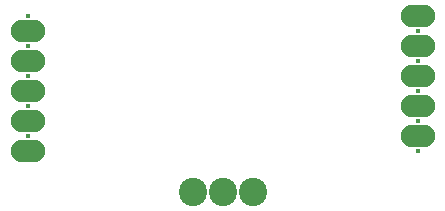
<source format=gts>
G04*
G04 #@! TF.GenerationSoftware,Altium Limited,Altium Designer,20.0.13 (296)*
G04*
G04 Layer_Color=8388736*
%FSLAX25Y25*%
%MOIN*%
G70*
G01*
G75*
%ADD12C,0.09449*%
%ADD13O,0.11417X0.07480*%
%ADD14C,0.01575*%
D12*
X220000Y134000D02*
D03*
X210000D02*
D03*
X200000D02*
D03*
D13*
X145000Y147437D02*
D03*
Y157437D02*
D03*
Y167437D02*
D03*
Y177437D02*
D03*
Y187437D02*
D03*
X275000Y152563D02*
D03*
Y162563D02*
D03*
Y172563D02*
D03*
Y182563D02*
D03*
Y192563D02*
D03*
D14*
X145000Y152437D02*
D03*
Y162437D02*
D03*
Y172437D02*
D03*
Y182437D02*
D03*
Y192437D02*
D03*
X275000Y147563D02*
D03*
Y157563D02*
D03*
Y167563D02*
D03*
Y177563D02*
D03*
Y187563D02*
D03*
M02*

</source>
